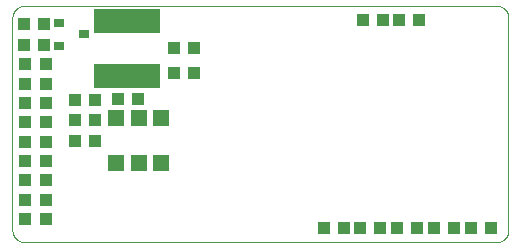
<source format=gtp>
G75*
%MOIN*%
%OFA0B0*%
%FSLAX25Y25*%
%IPPOS*%
%LPD*%
%AMOC8*
5,1,8,0,0,1.08239X$1,22.5*
%
%ADD10C,0.00000*%
%ADD11R,0.04331X0.03937*%
%ADD12R,0.03937X0.04331*%
%ADD13R,0.05512X0.05512*%
%ADD14R,0.22441X0.07874*%
%ADD15R,0.03543X0.03150*%
D10*
X0025622Y0017748D02*
X0183102Y0017748D01*
X0183226Y0017750D01*
X0183349Y0017756D01*
X0183473Y0017765D01*
X0183595Y0017779D01*
X0183718Y0017796D01*
X0183840Y0017818D01*
X0183961Y0017843D01*
X0184081Y0017872D01*
X0184200Y0017904D01*
X0184319Y0017941D01*
X0184436Y0017981D01*
X0184551Y0018024D01*
X0184666Y0018072D01*
X0184778Y0018123D01*
X0184889Y0018177D01*
X0184999Y0018235D01*
X0185106Y0018296D01*
X0185212Y0018361D01*
X0185315Y0018429D01*
X0185416Y0018500D01*
X0185515Y0018574D01*
X0185612Y0018651D01*
X0185706Y0018732D01*
X0185797Y0018815D01*
X0185886Y0018901D01*
X0185972Y0018990D01*
X0186055Y0019081D01*
X0186136Y0019175D01*
X0186213Y0019272D01*
X0186287Y0019371D01*
X0186358Y0019472D01*
X0186426Y0019575D01*
X0186491Y0019681D01*
X0186552Y0019788D01*
X0186610Y0019898D01*
X0186664Y0020009D01*
X0186715Y0020121D01*
X0186763Y0020236D01*
X0186806Y0020351D01*
X0186846Y0020468D01*
X0186883Y0020587D01*
X0186915Y0020706D01*
X0186944Y0020826D01*
X0186969Y0020947D01*
X0186991Y0021069D01*
X0187008Y0021192D01*
X0187022Y0021314D01*
X0187031Y0021438D01*
X0187037Y0021561D01*
X0187039Y0021685D01*
X0187039Y0092551D01*
X0187037Y0092675D01*
X0187031Y0092798D01*
X0187022Y0092922D01*
X0187008Y0093044D01*
X0186991Y0093167D01*
X0186969Y0093289D01*
X0186944Y0093410D01*
X0186915Y0093530D01*
X0186883Y0093649D01*
X0186846Y0093768D01*
X0186806Y0093885D01*
X0186763Y0094000D01*
X0186715Y0094115D01*
X0186664Y0094227D01*
X0186610Y0094338D01*
X0186552Y0094448D01*
X0186491Y0094555D01*
X0186426Y0094661D01*
X0186358Y0094764D01*
X0186287Y0094865D01*
X0186213Y0094964D01*
X0186136Y0095061D01*
X0186055Y0095155D01*
X0185972Y0095246D01*
X0185886Y0095335D01*
X0185797Y0095421D01*
X0185706Y0095504D01*
X0185612Y0095585D01*
X0185515Y0095662D01*
X0185416Y0095736D01*
X0185315Y0095807D01*
X0185212Y0095875D01*
X0185106Y0095940D01*
X0184999Y0096001D01*
X0184889Y0096059D01*
X0184778Y0096113D01*
X0184666Y0096164D01*
X0184551Y0096212D01*
X0184436Y0096255D01*
X0184319Y0096295D01*
X0184200Y0096332D01*
X0184081Y0096364D01*
X0183961Y0096393D01*
X0183840Y0096418D01*
X0183718Y0096440D01*
X0183595Y0096457D01*
X0183473Y0096471D01*
X0183349Y0096480D01*
X0183226Y0096486D01*
X0183102Y0096488D01*
X0025622Y0096488D01*
X0025498Y0096486D01*
X0025375Y0096480D01*
X0025251Y0096471D01*
X0025129Y0096457D01*
X0025006Y0096440D01*
X0024884Y0096418D01*
X0024763Y0096393D01*
X0024643Y0096364D01*
X0024524Y0096332D01*
X0024405Y0096295D01*
X0024288Y0096255D01*
X0024173Y0096212D01*
X0024058Y0096164D01*
X0023946Y0096113D01*
X0023835Y0096059D01*
X0023725Y0096001D01*
X0023618Y0095940D01*
X0023512Y0095875D01*
X0023409Y0095807D01*
X0023308Y0095736D01*
X0023209Y0095662D01*
X0023112Y0095585D01*
X0023018Y0095504D01*
X0022927Y0095421D01*
X0022838Y0095335D01*
X0022752Y0095246D01*
X0022669Y0095155D01*
X0022588Y0095061D01*
X0022511Y0094964D01*
X0022437Y0094865D01*
X0022366Y0094764D01*
X0022298Y0094661D01*
X0022233Y0094555D01*
X0022172Y0094448D01*
X0022114Y0094338D01*
X0022060Y0094227D01*
X0022009Y0094115D01*
X0021961Y0094000D01*
X0021918Y0093885D01*
X0021878Y0093768D01*
X0021841Y0093649D01*
X0021809Y0093530D01*
X0021780Y0093410D01*
X0021755Y0093289D01*
X0021733Y0093167D01*
X0021716Y0093044D01*
X0021702Y0092922D01*
X0021693Y0092798D01*
X0021687Y0092675D01*
X0021685Y0092551D01*
X0021685Y0021685D01*
X0021687Y0021561D01*
X0021693Y0021438D01*
X0021702Y0021314D01*
X0021716Y0021192D01*
X0021733Y0021069D01*
X0021755Y0020947D01*
X0021780Y0020826D01*
X0021809Y0020706D01*
X0021841Y0020587D01*
X0021878Y0020468D01*
X0021918Y0020351D01*
X0021961Y0020236D01*
X0022009Y0020121D01*
X0022060Y0020009D01*
X0022114Y0019898D01*
X0022172Y0019788D01*
X0022233Y0019681D01*
X0022298Y0019575D01*
X0022366Y0019472D01*
X0022437Y0019371D01*
X0022511Y0019272D01*
X0022588Y0019175D01*
X0022669Y0019081D01*
X0022752Y0018990D01*
X0022838Y0018901D01*
X0022927Y0018815D01*
X0023018Y0018732D01*
X0023112Y0018651D01*
X0023209Y0018574D01*
X0023308Y0018500D01*
X0023409Y0018429D01*
X0023512Y0018361D01*
X0023618Y0018296D01*
X0023725Y0018235D01*
X0023835Y0018177D01*
X0023946Y0018123D01*
X0024058Y0018072D01*
X0024173Y0018024D01*
X0024288Y0017981D01*
X0024405Y0017941D01*
X0024524Y0017904D01*
X0024643Y0017872D01*
X0024763Y0017843D01*
X0024884Y0017818D01*
X0025006Y0017796D01*
X0025129Y0017779D01*
X0025251Y0017765D01*
X0025375Y0017756D01*
X0025498Y0017750D01*
X0025622Y0017748D01*
D11*
X0026035Y0025425D03*
X0032728Y0025425D03*
X0032728Y0031872D03*
X0026035Y0031872D03*
X0026035Y0038319D03*
X0032728Y0038319D03*
X0032728Y0044766D03*
X0026035Y0044766D03*
X0026035Y0051213D03*
X0032728Y0051213D03*
X0042541Y0051409D03*
X0049234Y0051409D03*
X0049234Y0058299D03*
X0042541Y0058299D03*
X0032728Y0057659D03*
X0026035Y0057659D03*
X0026035Y0064106D03*
X0032728Y0064106D03*
X0032728Y0070553D03*
X0026035Y0070553D03*
X0026035Y0077000D03*
X0032728Y0077000D03*
X0032095Y0083608D03*
X0032095Y0090301D03*
X0075661Y0082315D03*
X0082354Y0082315D03*
X0063575Y0065386D03*
X0056882Y0065386D03*
X0125425Y0022571D03*
X0132118Y0022571D03*
D12*
X0137679Y0022571D03*
X0144372Y0022571D03*
X0149933Y0022571D03*
X0156626Y0022571D03*
X0162187Y0022571D03*
X0168880Y0022571D03*
X0174441Y0022571D03*
X0181134Y0022571D03*
X0082354Y0074244D03*
X0075661Y0074244D03*
X0049234Y0065189D03*
X0042541Y0065189D03*
X0025622Y0083608D03*
X0025622Y0090301D03*
X0138417Y0091764D03*
X0145110Y0091764D03*
X0150622Y0091764D03*
X0157315Y0091764D03*
D13*
X0071291Y0059087D03*
X0063850Y0059087D03*
X0056331Y0059087D03*
X0056331Y0044126D03*
X0063850Y0044126D03*
X0071291Y0044126D03*
D14*
X0059913Y0073024D03*
X0059913Y0091528D03*
D15*
X0045425Y0086954D03*
X0037157Y0083214D03*
X0037157Y0090694D03*
M02*

</source>
